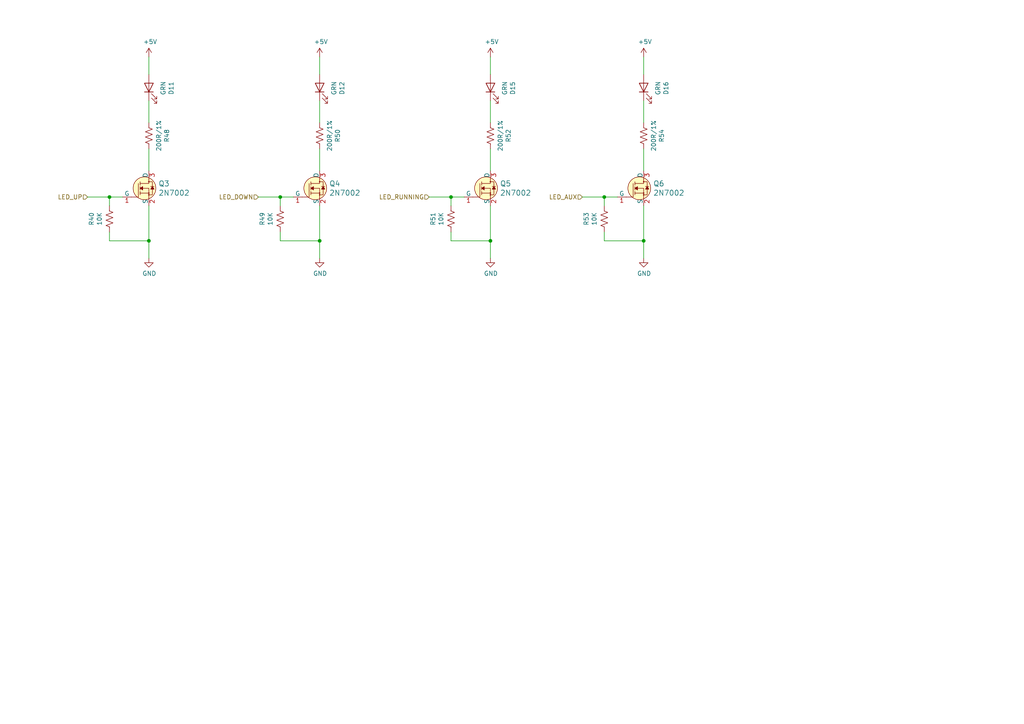
<source format=kicad_sch>
(kicad_sch (version 20250114) (generator "eeschema") (generator_version "9.0")
  (paper "A4")
  (lib_symbols
    (symbol "MMTK-rescue:+5V-power-MMTK-rescue" (power) (pin_names (offset 0))
      (property "Value" "+5V-power-MMTK-rescue" (at 0 3.556 0))
      (symbol "+5V-power-MMTK-rescue_0_1"
        (polyline (pts (xy -0.762 1.27) (xy 0 2.54)))
        (polyline (pts (xy 0 2.54) (xy 0.762 1.27)))
        (polyline (pts (xy 0 0) (xy 0 2.54)))
      )
      (symbol "+5V-power-MMTK-rescue_1_1"
        (pin power_in line (at 0 0 90) (length 0) (hide yes) (name "+5V") (number "1"))
      )
    )
    (symbol "MMTK-rescue:GND-power-MMTK-rescue" (power) (pin_names (offset 0))
      (property "Value" "GND-power-MMTK-rescue" (at 0 -3.81 0))
      (symbol "GND-power-MMTK-rescue_0_1"
        (polyline (pts (xy 0 0) (xy 0 -1.27) (xy 1.27 -1.27) (xy 0 -2.54) (xy -1.27 -1.27) (xy 0 -1.27)))
      )
      (symbol "GND-power-MMTK-rescue_1_1"
        (pin power_in line (at 0 0 270) (length 0) (hide yes) (name "GND") (number "1"))
      )
    )
    (symbol "MMTK-rescue:LED-Device-MMTK-rescue" (pin_numbers (hide yes)) (pin_names (offset 1.016) (hide yes))
      (property "Reference" "D" (at 0 2.54 0))
      (property "Value" "LED-Device-MMTK-rescue" (at 0 -2.54 0))
      (symbol "LED-Device-MMTK-rescue_0_1"
        (polyline (pts (xy -3.048 -0.762) (xy -4.572 -2.286) (xy -3.81 -2.286) (xy -4.572 -2.286) (xy -4.572 -1.524)))
        (polyline (pts (xy -1.778 -0.762) (xy -3.302 -2.286) (xy -2.54 -2.286) (xy -3.302 -2.286) (xy -3.302 -1.524)))
        (polyline (pts (xy -1.27 0) (xy 1.27 0)))
        (polyline (pts (xy -1.27 -1.27) (xy -1.27 1.27)) (stroke (width 0.2032)))
        (polyline (pts (xy 1.27 -1.27) (xy 1.27 1.27) (xy -1.27 0) (xy 1.27 -1.27)) (stroke (width 0.2032)))
      )
      (symbol "LED-Device-MMTK-rescue_1_1"
        (pin passive line (at -3.81 0 0) (length 2.54) (name "K") (number "1"))
        (pin passive line (at 3.81 0 180) (length 2.54) (name "A") (number "2"))
      )
    )
    (symbol "MMTK-rescue:R_US-Device-MMTK-rescue" (pin_numbers (hide yes)) (pin_names (offset 0))
      (property "Reference" "R" (at 2.54 0 90))
      (property "Value" "R_US-Device-MMTK-rescue" (at -2.54 0 90))
      (symbol "R_US-Device-MMTK-rescue_0_1"
        (polyline (pts (xy 0 2.286) (xy 0 2.54)))
        (polyline (pts (xy 0 2.286) (xy 1.016 1.905) (xy 0 1.524) (xy -1.016 1.143) (xy 0 0.762)))
        (polyline (pts (xy 0 0.762) (xy 1.016 0.381) (xy 0 0) (xy -1.016 -0.381) (xy 0 -0.762)))
        (polyline (pts (xy 0 -0.762) (xy 1.016 -1.143) (xy 0 -1.524) (xy -1.016 -1.905) (xy 0 -2.286)))
        (polyline (pts (xy 0 -2.286) (xy 0 -2.54)))
      )
      (symbol "R_US-Device-MMTK-rescue_1_1"
        (pin passive line (at 0 3.81 270) (length 1.27) (name "~") (number "1"))
        (pin passive line (at 0 -3.81 90) (length 1.27) (name "~") (number "2"))
      )
    )
    (symbol "dk_Transistors-FETs-MOSFETs-Single:2N7002" (pin_names (offset 0))
      (property "Reference" "Q" (at -2.6924 3.6322 0))
      (property "Value" "2N7002" (at 3.4544 0 90))
      (symbol "2N7002_0_1"
        (polyline (pts (xy -5.08 -2.54) (xy -3.048 -2.54) (xy -3.048 1.397)))
        (circle (center -1.27 0) (radius 3.302) (fill (type background)))
        (polyline (pts (xy -0.127 -1.905) (xy 1.016 -1.905) (xy 1.016 1.397) (xy 1.016 1.905) (xy -0.127 1.905)))
        (polyline (pts (xy 0 2.54) (xy 0 1.397) (xy -2.54 1.397)))
        (circle (center 0 1.905) (radius 0.127))
        (polyline (pts (xy 0 -1.397) (xy -2.54 -1.397)))
        (circle (center 0 -1.397) (radius 0.127))
        (circle (center 0 -1.905) (radius 0.127))
        (polyline (pts (xy 0 -2.54) (xy 0 0) (xy -2.54 0)))
      )
      (symbol "2N7002_1_1"
        (polyline (pts (xy -2.54 1.905) (xy -2.54 0.889)))
        (polyline (pts (xy -2.54 0) (xy -2.54 0.508)))
        (polyline (pts (xy -2.54 0) (xy -2.54 -0.508)))
        (polyline (pts (xy -2.54 0) (xy -1.778 0.508) (xy -1.778 -0.508) (xy -2.54 0)) (fill (type outline)))
        (polyline (pts (xy -2.54 -1.397) (xy -2.54 -0.889)))
        (polyline (pts (xy -2.54 -1.397) (xy -2.54 -1.905)))
        (polyline (pts (xy 1.016 0.508) (xy 0.508 -0.254) (xy 1.524 -0.254) (xy 1.016 0.508)) (fill (type outline)))
        (polyline (pts (xy 1.524 0.508) (xy 0.508 0.508)))
        (pin bidirectional line (at -7.62 -2.54 0) (length 2.54) (name "G") (number "1"))
        (pin bidirectional line (at 0 5.08 270) (length 2.54) (name "D") (number "3"))
        (pin bidirectional line (at 0 -5.08 90) (length 2.54) (name "S") (number "2"))
      )
    )
  )
  (junction (at 186.69 69.85))
  (junction (at 130.81 57.15))
  (junction (at 175.26 57.15))
  (junction (at 142.24 69.85))
  (junction (at 81.28 57.15))
  (junction (at 92.71 69.85))
  (junction (at 31.75 57.15))
  (junction (at 43.18 69.85))
  (wire (pts (xy 186.69 49.53) (xy 186.69 43.18)))
  (wire (pts (xy 31.75 59.69) (xy 31.75 57.15)))
  (wire (pts (xy 31.75 57.15) (xy 35.56 57.15)))
  (wire (pts (xy 142.24 16.51) (xy 142.24 21.59)))
  (wire (pts (xy 142.24 49.53) (xy 142.24 43.18)))
  (wire (pts (xy 31.75 69.85) (xy 43.18 69.85)))
  (wire (pts (xy 81.28 59.69) (xy 81.28 57.15)))
  (wire (pts (xy 43.18 16.51) (xy 43.18 21.59)))
  (wire (pts (xy 142.24 59.69) (xy 142.24 69.85)))
  (wire (pts (xy 81.28 57.15) (xy 74.93 57.15)))
  (wire (pts (xy 142.24 69.85) (xy 142.24 74.93)))
  (wire (pts (xy 130.81 67.31) (xy 130.81 69.85)))
  (wire (pts (xy 81.28 69.85) (xy 92.71 69.85)))
  (wire (pts (xy 92.71 59.69) (xy 92.71 69.85)))
  (wire (pts (xy 92.71 49.53) (xy 92.71 43.18)))
  (wire (pts (xy 175.26 57.15) (xy 179.07 57.15)))
  (wire (pts (xy 130.81 69.85) (xy 142.24 69.85)))
  (wire (pts (xy 175.26 59.69) (xy 175.26 57.15)))
  (wire (pts (xy 43.18 59.69) (xy 43.18 69.85)))
  (wire (pts (xy 175.26 57.15) (xy 168.91 57.15)))
  (wire (pts (xy 31.75 67.31) (xy 31.75 69.85)))
  (wire (pts (xy 186.69 29.21) (xy 186.69 35.56)))
  (wire (pts (xy 92.71 16.51) (xy 92.71 21.59)))
  (wire (pts (xy 92.71 29.21) (xy 92.71 35.56)))
  (wire (pts (xy 175.26 69.85) (xy 186.69 69.85)))
  (wire (pts (xy 43.18 29.21) (xy 43.18 35.56)))
  (wire (pts (xy 130.81 57.15) (xy 124.46 57.15)))
  (wire (pts (xy 92.71 69.85) (xy 92.71 74.93)))
  (wire (pts (xy 43.18 69.85) (xy 43.18 74.93)))
  (wire (pts (xy 186.69 59.69) (xy 186.69 69.85)))
  (wire (pts (xy 186.69 69.85) (xy 186.69 74.93)))
  (wire (pts (xy 130.81 59.69) (xy 130.81 57.15)))
  (wire (pts (xy 130.81 57.15) (xy 134.62 57.15)))
  (wire (pts (xy 186.69 16.51) (xy 186.69 21.59)))
  (wire (pts (xy 142.24 29.21) (xy 142.24 35.56)))
  (wire (pts (xy 81.28 67.31) (xy 81.28 69.85)))
  (wire (pts (xy 31.75 57.15) (xy 25.4 57.15)))
  (wire (pts (xy 175.26 67.31) (xy 175.26 69.85)))
  (wire (pts (xy 81.28 57.15) (xy 85.09 57.15)))
  (wire (pts (xy 43.18 49.53) (xy 43.18 43.18)))
  (hierarchical_label "LED_AUX" (shape input) (at 168.91 57.15 180))
  (hierarchical_label "LED_RUNNING" (shape input) (at 124.46 57.15 180))
  (hierarchical_label "LED_UP" (shape input) (at 25.4 57.15 180))
  (hierarchical_label "LED_DOWN" (shape input) (at 74.93 57.15 180))
  (symbol (lib_id "MMTK-rescue:+5V-power-MMTK-rescue") (at 43.18 16.51 0) (unit 1)
    (property "Reference" "#PWR0153" (effects (hide yes)))
    (property "Value" "+5V" (at 43.561 12.1158 0))
  )
  (symbol (lib_id "MMTK-rescue:GND-power-MMTK-rescue") (at 43.18 74.93 0) (unit 1)
    (property "Reference" "#PWR0154" (effects (hide yes)))
    (property "Value" "GND" (at 43.307 79.3242 0))
  )
  (symbol (lib_id "dk_Transistors-FETs-MOSFETs-Single:2N7002") (at 43.18 54.61 0) (unit 1)
    (property "Reference" "Q3" (at 45.9232 53.2638 0) (effects (font (size 1.524 1.524)) (justify left)))
    (property "Value" "2N7002" (at 45.9232 55.9562 0) (effects (font (size 1.524 1.524)) (justify left)))
    (property "Footprint" "digikey-footprints:SOT-23-3" (effects (hide yes)))
    (property "Datasheet" "https://www.onsemi.com/pub/Collateral/NDS7002A-D.PDF" (effects (hide yes)))
    (property "Description" "MOSFET N-CH 60V 115MA SOT-23" (effects (hide yes)))
    (property "Digi-Key_PN" "2N7002NCT-ND" (effects (hide yes)))
    (property "MPN" "2N7002" (effects (hide yes)))
    (property "Category" "Discrete Semiconductor Products" (effects (hide yes)))
    (property "Family" "Transistors - FETs, MOSFETs - Single" (effects (hide yes)))
    (property "DK_Datasheet_Link" "https://www.onsemi.com/pub/Collateral/NDS7002A-D.PDF" (effects (hide yes)))
    (property "DK_Detail_Page" "/product-detail/en/on-semiconductor/2N7002/2N7002NCT-ND/244664" (effects (hide yes)))
    (property "Manufacturer" "ON Semiconductor" (effects (hide yes)))
    (property "Status" "Active" (effects (hide yes)))
  )
  (symbol (lib_id "MMTK-rescue:LED-Device-MMTK-rescue") (at 43.18 25.4 90) (unit 1)
    (property "Reference" "D11" (at 49.657 25.5778 0))
    (property "Value" "GRN" (at 47.3456 25.5778 0))
    (property "Footprint" "LED_SMD:LED_0603_1608Metric" (effects (hide yes)))
  )
  (symbol (lib_id "MMTK-rescue:GND-power-MMTK-rescue") (at 92.71 74.93 0) (unit 1)
    (property "Reference" "#PWR0156" (effects (hide yes)))
    (property "Value" "GND" (at 92.837 79.3242 0))
  )
  (symbol (lib_id "dk_Transistors-FETs-MOSFETs-Single:2N7002") (at 142.24 54.61 0) (unit 1)
    (property "Reference" "Q5" (at 144.9832 53.2638 0) (effects (font (size 1.524 1.524)) (justify left)))
    (property "Value" "2N7002" (at 144.9832 55.9562 0) (effects (font (size 1.524 1.524)) (justify left)))
    (property "Footprint" "digikey-footprints:SOT-23-3" (effects (hide yes)))
    (property "Datasheet" "https://www.onsemi.com/pub/Collateral/NDS7002A-D.PDF" (effects (hide yes)))
    (property "Description" "MOSFET N-CH 60V 115MA SOT-23" (effects (hide yes)))
    (property "Digi-Key_PN" "2N7002NCT-ND" (effects (hide yes)))
    (property "MPN" "2N7002" (effects (hide yes)))
    (property "Category" "Discrete Semiconductor Products" (effects (hide yes)))
    (property "Family" "Transistors - FETs, MOSFETs - Single" (effects (hide yes)))
    (property "DK_Datasheet_Link" "https://www.onsemi.com/pub/Collateral/NDS7002A-D.PDF" (effects (hide yes)))
    (property "DK_Detail_Page" "/product-detail/en/on-semiconductor/2N7002/2N7002NCT-ND/244664" (effects (hide yes)))
    (property "Manufacturer" "ON Semiconductor" (effects (hide yes)))
    (property "Status" "Active" (effects (hide yes)))
  )
  (symbol (lib_id "MMTK-rescue:R_US-Device-MMTK-rescue") (at 92.71 39.37 180) (unit 1)
    (property "Reference" "R50" (at 97.917 39.37 90))
    (property "Value" "200R/1%" (at 95.6056 39.37 90))
    (property "Footprint" "Resistor_SMD:R_0603_1608Metric" (effects (hide yes)))
  )
  (symbol (lib_id "MMTK-rescue:+5V-power-MMTK-rescue") (at 186.69 16.51 0) (unit 1)
    (property "Reference" "#PWR0159" (effects (hide yes)))
    (property "Value" "+5V" (at 187.071 12.1158 0))
  )
  (symbol (lib_id "MMTK-rescue:LED-Device-MMTK-rescue") (at 92.71 25.4 90) (unit 1)
    (property "Reference" "D12" (at 99.187 25.5778 0))
    (property "Value" "GRN" (at 96.8756 25.5778 0))
    (property "Footprint" "LED_SMD:LED_0603_1608Metric" (effects (hide yes)))
  )
  (symbol (lib_id "dk_Transistors-FETs-MOSFETs-Single:2N7002") (at 186.69 54.61 0) (unit 1)
    (property "Reference" "Q6" (at 189.4332 53.2638 0) (effects (font (size 1.524 1.524)) (justify left)))
    (property "Value" "2N7002" (at 189.4332 55.9562 0) (effects (font (size 1.524 1.524)) (justify left)))
    (property "Footprint" "digikey-footprints:SOT-23-3" (effects (hide yes)))
    (property "Datasheet" "https://www.onsemi.com/pub/Collateral/NDS7002A-D.PDF" (effects (hide yes)))
    (property "Description" "MOSFET N-CH 60V 115MA SOT-23" (effects (hide yes)))
    (property "Digi-Key_PN" "2N7002NCT-ND" (effects (hide yes)))
    (property "MPN" "2N7002" (effects (hide yes)))
    (property "Category" "Discrete Semiconductor Products" (effects (hide yes)))
    (property "Family" "Transistors - FETs, MOSFETs - Single" (effects (hide yes)))
    (property "DK_Datasheet_Link" "https://www.onsemi.com/pub/Collateral/NDS7002A-D.PDF" (effects (hide yes)))
    (property "DK_Detail_Page" "/product-detail/en/on-semiconductor/2N7002/2N7002NCT-ND/244664" (effects (hide yes)))
    (property "Manufacturer" "ON Semiconductor" (effects (hide yes)))
    (property "Status" "Active" (effects (hide yes)))
  )
  (symbol (lib_id "MMTK-rescue:R_US-Device-MMTK-rescue") (at 43.18 39.37 180) (unit 1)
    (property "Reference" "R48" (at 48.387 39.37 90))
    (property "Value" "200R/1%" (at 46.0756 39.37 90))
    (property "Footprint" "Resistor_SMD:R_0603_1608Metric" (effects (hide yes)))
  )
  (symbol (lib_id "dk_Transistors-FETs-MOSFETs-Single:2N7002") (at 92.71 54.61 0) (unit 1)
    (property "Reference" "Q4" (at 95.4532 53.2638 0) (effects (font (size 1.524 1.524)) (justify left)))
    (property "Value" "2N7002" (at 95.4532 55.9562 0) (effects (font (size 1.524 1.524)) (justify left)))
    (property "Footprint" "digikey-footprints:SOT-23-3" (effects (hide yes)))
    (property "Datasheet" "https://www.onsemi.com/pub/Collateral/NDS7002A-D.PDF" (effects (hide yes)))
    (property "Description" "MOSFET N-CH 60V 115MA SOT-23" (effects (hide yes)))
    (property "Digi-Key_PN" "2N7002NCT-ND" (effects (hide yes)))
    (property "MPN" "2N7002" (effects (hide yes)))
    (property "Category" "Discrete Semiconductor Products" (effects (hide yes)))
    (property "Family" "Transistors - FETs, MOSFETs - Single" (effects (hide yes)))
    (property "DK_Datasheet_Link" "https://www.onsemi.com/pub/Collateral/NDS7002A-D.PDF" (effects (hide yes)))
    (property "DK_Detail_Page" "/product-detail/en/on-semiconductor/2N7002/2N7002NCT-ND/244664" (effects (hide yes)))
    (property "Manufacturer" "ON Semiconductor" (effects (hide yes)))
    (property "Status" "Active" (effects (hide yes)))
  )
  (symbol (lib_id "MMTK-rescue:R_US-Device-MMTK-rescue") (at 130.81 63.5 0) (unit 1)
    (property "Reference" "R51" (at 125.603 63.5 90))
    (property "Value" "10K" (at 127.9144 63.5 90))
    (property "Footprint" "Resistor_SMD:R_0603_1608Metric" (effects (hide yes)))
  )
  (symbol (lib_id "MMTK-rescue:LED-Device-MMTK-rescue") (at 186.69 25.4 90) (unit 1)
    (property "Reference" "D16" (at 193.167 25.5778 0))
    (property "Value" "GRN" (at 190.8556 25.5778 0))
    (property "Footprint" "LED_SMD:LED_0603_1608Metric" (effects (hide yes)))
  )
  (symbol (lib_id "MMTK-rescue:GND-power-MMTK-rescue") (at 142.24 74.93 0) (unit 1)
    (property "Reference" "#PWR0158" (effects (hide yes)))
    (property "Value" "GND" (at 142.367 79.3242 0))
  )
  (symbol (lib_id "MMTK-rescue:+5V-power-MMTK-rescue") (at 142.24 16.51 0) (unit 1)
    (property "Reference" "#PWR0157" (effects (hide yes)))
    (property "Value" "+5V" (at 142.621 12.1158 0))
  )
  (symbol (lib_id "MMTK-rescue:R_US-Device-MMTK-rescue") (at 175.26 63.5 0) (unit 1)
    (property "Reference" "R53" (at 170.053 63.5 90))
    (property "Value" "10K" (at 172.3644 63.5 90))
    (property "Footprint" "Resistor_SMD:R_0603_1608Metric" (effects (hide yes)))
  )
  (symbol (lib_id "MMTK-rescue:LED-Device-MMTK-rescue") (at 142.24 25.4 90) (unit 1)
    (property "Reference" "D15" (at 148.717 25.5778 0))
    (property "Value" "GRN" (at 146.4056 25.5778 0))
    (property "Footprint" "LED_SMD:LED_0603_1608Metric" (effects (hide yes)))
  )
  (symbol (lib_id "MMTK-rescue:R_US-Device-MMTK-rescue") (at 142.24 39.37 180) (unit 1)
    (property "Reference" "R52" (at 147.447 39.37 90))
    (property "Value" "200R/1%" (at 145.1356 39.37 90))
    (property "Footprint" "Resistor_SMD:R_0603_1608Metric" (effects (hide yes)))
  )
  (symbol (lib_id "MMTK-rescue:R_US-Device-MMTK-rescue") (at 31.75 63.5 0) (unit 1)
    (property "Reference" "R40" (at 26.543 63.5 90))
    (property "Value" "10K" (at 28.8544 63.5 90))
    (property "Footprint" "Resistor_SMD:R_0603_1608Metric" (effects (hide yes)))
  )
  (symbol (lib_id "MMTK-rescue:+5V-power-MMTK-rescue") (at 92.71 16.51 0) (unit 1)
    (property "Reference" "#PWR0155" (effects (hide yes)))
    (property "Value" "+5V" (at 93.091 12.1158 0))
  )
  (symbol (lib_id "MMTK-rescue:R_US-Device-MMTK-rescue") (at 81.28 63.5 0) (unit 1)
    (property "Reference" "R49" (at 76.073 63.5 90))
    (property "Value" "10K" (at 78.3844 63.5 90))
    (property "Footprint" "Resistor_SMD:R_0603_1608Metric" (effects (hide yes)))
  )
  (symbol (lib_id "MMTK-rescue:R_US-Device-MMTK-rescue") (at 186.69 39.37 180) (unit 1)
    (property "Reference" "R54" (at 191.897 39.37 90))
    (property "Value" "200R/1%" (at 189.5856 39.37 90))
    (property "Footprint" "Resistor_SMD:R_0603_1608Metric" (effects (hide yes)))
  )
  (symbol (lib_id "MMTK-rescue:GND-power-MMTK-rescue") (at 186.69 74.93 0) (unit 1)
    (property "Reference" "#PWR0160" (effects (hide yes)))
    (property "Value" "GND" (at 186.817 79.3242 0))
  )
)
</source>
